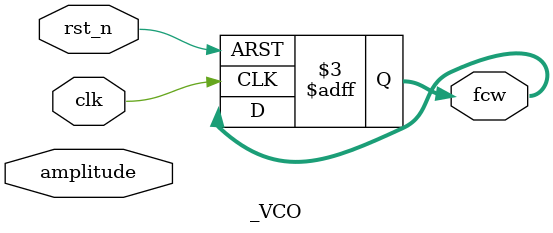
<source format=v>
module _VCO (
    input clk,
    input rst_n,
    input [7:0] amplitude,
    output [7:0] fcw,
);
    // ! FWC under 100MHz ,8bit
    // ! fwc = 2^N * f_out / f_clk
    always @(posedge clk or negedge rst_n) begin
        if (!rst_n) begin
            fcw <= 6554;
        end else begin
            // fcw <= amplitude * 2**N / f_clk;
        end
    end
endmodule
</source>
